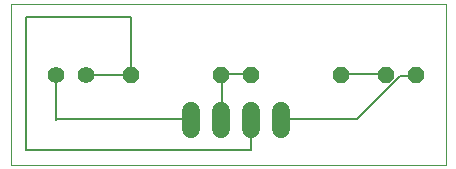
<source format=gtl>
G75*
%MOIN*%
%OFA0B0*%
%FSLAX25Y25*%
%IPPOS*%
%LPD*%
%AMOC8*
5,1,8,0,0,1.08239X$1,22.5*
%
%ADD10C,0.00000*%
%ADD11C,0.06000*%
%ADD12OC8,0.05200*%
%ADD13C,0.05543*%
%ADD14C,0.00600*%
D10*
X0001000Y0001000D02*
X0001000Y0054701D01*
X0145921Y0054701D01*
X0145921Y0001000D01*
X0001000Y0001000D01*
D11*
X0061000Y0013000D02*
X0061000Y0019000D01*
X0071000Y0019000D02*
X0071000Y0013000D01*
X0081000Y0013000D02*
X0081000Y0019000D01*
X0091000Y0019000D02*
X0091000Y0013000D01*
D12*
X0081000Y0031000D03*
X0071000Y0031000D03*
X0041000Y0031000D03*
X0111000Y0031000D03*
X0126000Y0031000D03*
X0136000Y0031000D03*
D13*
X0026000Y0031000D03*
X0016000Y0031000D03*
D14*
X0016000Y0016000D01*
X0016200Y0016200D01*
X0060600Y0016200D01*
X0061000Y0016000D01*
X0071000Y0016000D02*
X0071400Y0016200D01*
X0071400Y0030600D01*
X0071000Y0031000D01*
X0071400Y0031200D01*
X0081000Y0031200D01*
X0081000Y0031000D01*
X0111000Y0031200D02*
X0111000Y0031000D01*
X0111000Y0031200D02*
X0126000Y0031200D01*
X0126000Y0031000D01*
X0130800Y0030600D02*
X0116400Y0016200D01*
X0091200Y0016200D01*
X0091000Y0016000D01*
X0081000Y0016000D02*
X0081000Y0006000D01*
X0006000Y0006000D01*
X0006000Y0050401D01*
X0041000Y0050401D01*
X0041000Y0031000D01*
X0026000Y0031000D01*
X0130800Y0030600D02*
X0135600Y0030600D01*
X0136000Y0031000D01*
M02*

</source>
